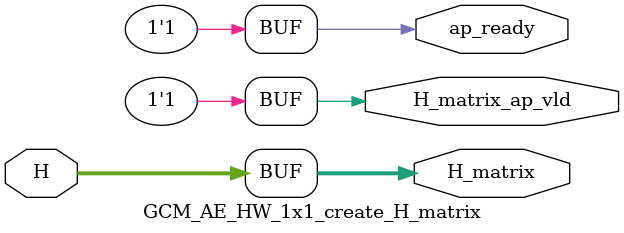
<source format=v>

`timescale 1 ns / 1 ps 

module GCM_AE_HW_1x1_create_H_matrix (
        ap_ready,
        H,
        H_matrix,
        H_matrix_ap_vld
);


output   ap_ready;
input  [127:0] H;
output  [127:0] H_matrix;
output   H_matrix_ap_vld;

assign ap_ready = 1'b1;

assign H_matrix = H;

assign H_matrix_ap_vld = 1'b1;

endmodule //GCM_AE_HW_1x1_create_H_matrix

</source>
